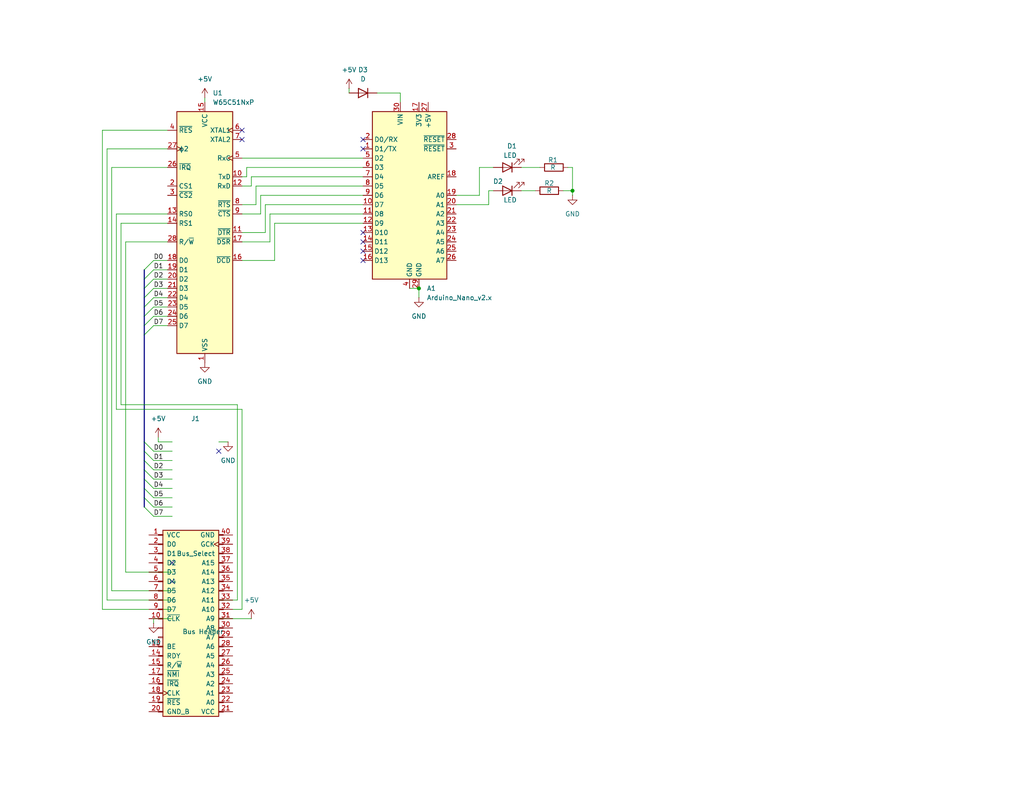
<source format=kicad_sch>
(kicad_sch (version 20250114) (generator "eeschema") (generator_version "9.0")
  (paper "A")
  (title_block (title "Big Boy") (date "2025-11-17") (rev "1"))
  (lib_symbols
    (symbol "Board Connectors:Generic Board Connector" (pin_names (offset 1.016))
      (property "Reference" "J3" (at -0.254 2.286 0))
      (property "Value" "Bus Header" (at 0.508 0.508 0))
      (symbol "Generic Board Connector_1_1"
        (rectangle (start -8.89 -2.413) (end -7.62 -2.667) (stroke (width 0.1524)))
        (rectangle (start -8.89 -4.953) (end -7.62 -5.207) (stroke (width 0.1524)))
        (rectangle (start -8.89 -7.493) (end -7.62 -7.747) (stroke (width 0.1524)))
        (rectangle (start -8.89 -10.033) (end -7.62 -10.287) (stroke (width 0.1524)))
        (rectangle (start -8.89 -12.573) (end -7.62 -12.827) (stroke (width 0.1524)))
        (rectangle (start -8.89 -15.113) (end -7.62 -15.367) (stroke (width 0.1524)))
        (rectangle (start -8.89 -17.653) (end -7.62 -17.907) (stroke (width 0.1524)))
        (rectangle (start -8.89 -20.193) (end -7.62 -20.447) (stroke (width 0.1524)))
        (rectangle (start -8.89 -22.733) (end -7.62 -22.987) (stroke (width 0.1524)))
        (rectangle (start -8.89 -25.273) (end -7.62 -25.527) (stroke (width 0.1524)))
        (rectangle (start -8.89 -27.813) (end -7.62 -28.067) (stroke (width 0.1524)))
        (rectangle (start -8.89 -30.353) (end -7.62 -30.607) (stroke (width 0.1524)))
        (rectangle (start -8.89 -32.893) (end -7.62 -33.147) (stroke (width 0.1524)))
        (rectangle (start -8.89 -35.433) (end -7.62 -35.687) (stroke (width 0.1524)))
        (rectangle (start -8.89 -37.973) (end -7.62 -38.227) (stroke (width 0.1524)))
        (rectangle (start -8.89 -40.513) (end -7.62 -40.767) (stroke (width 0.1524)))
        (rectangle (start -8.89 -43.053) (end -7.62 -43.307) (stroke (width 0.1524)))
        (rectangle (start -8.89 -45.593) (end -7.62 -45.847) (stroke (width 0.1524)))
        (rectangle (start -8.89 -48.133) (end -7.62 -48.387) (stroke (width 0.1524)))
        (rectangle (start -8.89 -50.673) (end -7.62 -50.927) (stroke (width 0.1524)))
        (rectangle (start -7.62 -1.27) (end 7.62 -52.07) (stroke (width 0.254)) (fill (type background)))
        (rectangle (start 7.62 -7.493) (end 8.89 -7.747) (stroke (width 0.1524)))
        (rectangle (start 7.62 -20.193) (end 8.89 -20.447) (stroke (width 0.1524)))
        (rectangle (start 8.89 -2.413) (end 7.62 -2.667) (stroke (width 0.1524)))
        (rectangle (start 8.89 -4.953) (end 7.62 -5.207) (stroke (width 0.1524)))
        (rectangle (start 8.89 -10.033) (end 7.62 -10.287) (stroke (width 0.1524)))
        (rectangle (start 8.89 -12.573) (end 7.62 -12.827) (stroke (width 0.1524)))
        (rectangle (start 8.89 -15.113) (end 7.62 -15.367) (stroke (width 0.1524)))
        (rectangle (start 8.89 -17.653) (end 7.62 -17.907) (stroke (width 0.1524)))
        (rectangle (start 8.89 -22.733) (end 7.62 -22.987) (stroke (width 0.1524)))
        (rectangle (start 8.89 -25.273) (end 7.62 -25.527) (stroke (width 0.1524)))
        (rectangle (start 8.89 -27.813) (end 7.62 -28.067) (stroke (width 0.1524)))
        (rectangle (start 8.89 -30.353) (end 7.62 -30.607) (stroke (width 0.1524)))
        (rectangle (start 8.89 -32.893) (end 7.62 -33.147) (stroke (width 0.1524)))
        (rectangle (start 8.89 -35.433) (end 7.62 -35.687) (stroke (width 0.1524)))
        (rectangle (start 8.89 -37.973) (end 7.62 -38.227) (stroke (width 0.1524)))
        (rectangle (start 8.89 -40.513) (end 7.62 -40.767) (stroke (width 0.1524)))
        (rectangle (start 8.89 -43.053) (end 7.62 -43.307) (stroke (width 0.1524)))
        (rectangle (start 8.89 -45.593) (end 7.62 -45.847) (stroke (width 0.1524)))
        (rectangle (start 8.89 -48.133) (end 7.62 -48.387) (stroke (width 0.1524)))
        (rectangle (start 8.89 -50.673) (end 7.62 -50.927) (stroke (width 0.1524)))
        (pin power_out line (at -11.43 -2.54 0) (length 3.81) (name "VCC") (number "1"))
        (pin bidirectional line (at -11.43 -5.08 0) (length 3.81) (name "D0") (number "2"))
        (pin bidirectional line (at -11.43 -7.62 0) (length 3.81) (name "D1") (number "3"))
        (pin bidirectional line (at -11.43 -10.16 0) (length 3.81) (name "D2") (number "4"))
        (pin bidirectional line (at -11.43 -12.7 0) (length 3.81) (name "D3") (number "5"))
        (pin bidirectional line (at -11.43 -15.24 0) (length 3.81) (name "D4") (number "6"))
        (pin bidirectional line (at -11.43 -17.78 0) (length 3.81) (name "D5") (number "7"))
        (pin bidirectional line (at -11.43 -20.32 0) (length 3.81) (name "D6") (number "8"))
        (pin bidirectional line (at -11.43 -22.86 0) (length 3.81) (name "D7") (number "9"))
        (pin output line (at -11.43 -25.4 0) (length 3.81) (name "~{CLK}") (number "10"))
        (pin no_connect line (at -11.43 -27.94 0) (length 3.81) (hide yes) (name "NC") (number "11"))
        (pin no_connect line (at -11.43 -30.48 0) (length 3.81) (hide yes) (name "NC") (number "12"))
        (pin output line (at -11.43 -33.02 0) (length 3.81) (name "BE") (number "13"))
        (pin output line (at -11.43 -35.56 0) (length 3.81) (name "RDY") (number "14"))
        (pin output line (at -11.43 -38.1 0) (length 3.81) (name "R/~{W}") (number "15"))
        (pin bidirectional line (at -11.43 -40.64 0) (length 3.81) (name "~{NMI}") (number "17"))
        (pin bidirectional line (at -11.43 -43.18 0) (length 3.81) (name "~{IRQ}") (number "16"))
        (pin output clock (at -11.43 -45.72 0) (length 3.81) (name "CLK") (number "18"))
        (pin output line (at -11.43 -48.26 0) (length 3.81) (name "~{RES}") (number "19"))
        (pin power_out line (at -11.43 -50.8 0) (length 3.81) (name "GND_B") (number "20"))
        (pin power_out line (at 11.43 -2.54 180) (length 3.81) (name "GND") (number "40"))
        (pin output clock (at 11.43 -5.08 180) (length 3.81) (name "GCK") (number "39"))
        (pin output line (at 11.43 -7.62 180) (length 3.81) (name "Bus_Select") (number "38"))
        (pin output line (at 11.43 -10.16 180) (length 3.81) (name "A15") (number "37"))
        (pin output line (at 11.43 -12.7 180) (length 3.81) (name "A14") (number "36"))
        (pin output line (at 11.43 -15.24 180) (length 3.81) (name "A13") (number "35"))
        (pin output line (at 11.43 -17.78 180) (length 3.81) (name "A12") (number "34"))
        (pin output line (at 11.43 -20.32 180) (length 3.81) (name "A11") (number "33"))
        (pin output line (at 11.43 -22.86 180) (length 3.81) (name "A10") (number "32"))
        (pin output line (at 11.43 -25.4 180) (length 3.81) (name "A9") (number "31"))
        (pin output line (at 11.43 -27.94 180) (length 3.81) (name "A8") (number "30"))
        (pin output line (at 11.43 -30.48 180) (length 3.81) (name "A7") (number "29"))
        (pin output line (at 11.43 -33.02 180) (length 3.81) (name "A6") (number "28"))
        (pin output line (at 11.43 -35.56 180) (length 3.81) (name "A5") (number "27"))
        (pin output line (at 11.43 -38.1 180) (length 3.81) (name "A4") (number "26"))
        (pin output line (at 11.43 -40.64 180) (length 3.81) (name "A3") (number "25"))
        (pin output line (at 11.43 -43.18 180) (length 3.81) (name "A2") (number "24"))
        (pin output line (at 11.43 -45.72 180) (length 3.81) (name "A1") (number "23"))
        (pin output line (at 11.43 -48.26 180) (length 3.81) (name "A0") (number "22"))
        (pin power_out line (at 11.43 -50.8 180) (length 3.81) (name "VCC") (number "21"))
      )
    )
    (symbol "Device:D" (pin_numbers (hide yes)) (pin_names (offset 1.016) (hide yes))
      (property "Reference" "D" (at 0 2.54 0))
      (property "Value" "D" (at 0 -2.54 0))
      (symbol "D_0_1"
        (polyline (pts (xy -1.27 1.27) (xy -1.27 -1.27)) (stroke (width 0.254)))
        (polyline (pts (xy 1.27 1.27) (xy 1.27 -1.27) (xy -1.27 0) (xy 1.27 1.27)) (stroke (width 0.254)))
        (polyline (pts (xy 1.27 0) (xy -1.27 0)))
      )
      (symbol "D_1_1"
        (pin passive line (at -3.81 0 0) (length 2.54) (name "K") (number "1"))
        (pin passive line (at 3.81 0 180) (length 2.54) (name "A") (number "2"))
      )
    )
    (symbol "Device:LED" (pin_numbers (hide yes)) (pin_names (offset 1.016) (hide yes))
      (property "Reference" "D" (at 0 2.54 0))
      (property "Value" "LED" (at 0 -2.54 0))
      (symbol "LED_0_1"
        (polyline (pts (xy -3.048 -0.762) (xy -4.572 -2.286) (xy -3.81 -2.286) (xy -4.572 -2.286) (xy -4.572 -1.524)))
        (polyline (pts (xy -1.778 -0.762) (xy -3.302 -2.286) (xy -2.54 -2.286) (xy -3.302 -2.286) (xy -3.302 -1.524)))
        (polyline (pts (xy -1.27 0) (xy 1.27 0)))
        (polyline (pts (xy -1.27 -1.27) (xy -1.27 1.27)) (stroke (width 0.254)))
        (polyline (pts (xy 1.27 -1.27) (xy 1.27 1.27) (xy -1.27 0) (xy 1.27 -1.27)) (stroke (width 0.254)))
      )
      (symbol "LED_1_1"
        (pin passive line (at -3.81 0 0) (length 2.54) (name "K") (number "1"))
        (pin passive line (at 3.81 0 180) (length 2.54) (name "A") (number "2"))
      )
    )
    (symbol "Device:R" (pin_numbers (hide yes)) (pin_names (offset 0))
      (property "Reference" "R" (at 2.032 0 90))
      (property "Value" "R" (at 0 0 90))
      (symbol "R_0_1"
        (rectangle (start -1.016 -2.54) (end 1.016 2.54) (stroke (width 0.254)))
      )
      (symbol "R_1_1"
        (pin passive line (at 0 3.81 270) (length 1.27) (name "~") (number "1"))
        (pin passive line (at 0 -3.81 90) (length 1.27) (name "~") (number "2"))
      )
    )
    (symbol "MCU_Module:Arduino_Nano_v2.x"
      (property "Reference" "A" (at -10.16 23.495 0))
      (property "Value" "Arduino_Nano_v2.x" (at 5.08 -24.13 0))
      (symbol "Arduino_Nano_v2.x_0_1"
        (rectangle (start -10.16 22.86) (end 10.16 -22.86) (stroke (width 0.254)) (fill (type background)))
      )
      (symbol "Arduino_Nano_v2.x_1_1"
        (pin bidirectional line (at -12.7 15.24 0) (length 2.54) (name "D0/RX") (number "2"))
        (pin bidirectional line (at -12.7 12.7 0) (length 2.54) (name "D1/TX") (number "1"))
        (pin bidirectional line (at -12.7 10.16 0) (length 2.54) (name "D2") (number "5"))
        (pin bidirectional line (at -12.7 7.62 0) (length 2.54) (name "D3") (number "6"))
        (pin bidirectional line (at -12.7 5.08 0) (length 2.54) (name "D4") (number "7"))
        (pin bidirectional line (at -12.7 2.54 0) (length 2.54) (name "D5") (number "8"))
        (pin bidirectional line (at -12.7 0 0) (length 2.54) (name "D6") (number "9"))
        (pin bidirectional line (at -12.7 -2.54 0) (length 2.54) (name "D7") (number "10"))
        (pin bidirectional line (at -12.7 -5.08 0) (length 2.54) (name "D8") (number "11"))
        (pin bidirectional line (at -12.7 -7.62 0) (length 2.54) (name "D9") (number "12"))
        (pin bidirectional line (at -12.7 -10.16 0) (length 2.54) (name "D10") (number "13"))
        (pin bidirectional line (at -12.7 -12.7 0) (length 2.54) (name "D11") (number "14"))
        (pin bidirectional line (at -12.7 -15.24 0) (length 2.54) (name "D12") (number "15"))
        (pin bidirectional line (at -12.7 -17.78 0) (length 2.54) (name "D13") (number "16"))
        (pin power_in line (at -2.54 25.4 270) (length 2.54) (name "VIN") (number "30"))
        (pin power_in line (at 0 -25.4 90) (length 2.54) (name "GND") (number "4"))
        (pin power_out line (at 2.54 25.4 270) (length 2.54) (name "3V3") (number "17"))
        (pin power_in line (at 2.54 -25.4 90) (length 2.54) (name "GND") (number "29"))
        (pin power_out line (at 5.08 25.4 270) (length 2.54) (name "+5V") (number "27"))
        (pin input line (at 12.7 15.24 180) (length 2.54) (name "~{RESET}") (number "28"))
        (pin input line (at 12.7 12.7 180) (length 2.54) (name "~{RESET}") (number "3"))
        (pin input line (at 12.7 5.08 180) (length 2.54) (name "AREF") (number "18"))
        (pin bidirectional line (at 12.7 0 180) (length 2.54) (name "A0") (number "19"))
        (pin bidirectional line (at 12.7 -2.54 180) (length 2.54) (name "A1") (number "20"))
        (pin bidirectional line (at 12.7 -5.08 180) (length 2.54) (name "A2") (number "21"))
        (pin bidirectional line (at 12.7 -7.62 180) (length 2.54) (name "A3") (number "22"))
        (pin bidirectional line (at 12.7 -10.16 180) (length 2.54) (name "A4") (number "23"))
        (pin bidirectional line (at 12.7 -12.7 180) (length 2.54) (name "A5") (number "24"))
        (pin bidirectional line (at 12.7 -15.24 180) (length 2.54) (name "A6") (number "25"))
        (pin bidirectional line (at 12.7 -17.78 180) (length 2.54) (name "A7") (number "26"))
      )
    )
    (symbol "PCM_65xx-library:W65C51NxP"
      (property "Reference" "U" (at 2.54 38.1 0))
      (property "Value" "W65C51NxP" (at 2.54 35.56 0))
      (symbol "W65C51NxP_0_1"
        (rectangle (start -7.62 33.02) (end 7.62 -33.02) (stroke (width 0.254)) (fill (type background)))
      )
      (symbol "W65C51NxP_1_1"
        (pin input line (at -10.16 27.94 0) (length 2.54) (name "~{RES}") (number "4"))
        (pin input clock (at -10.16 22.86 0) (length 2.54) (name "ϕ2") (number "27"))
        (pin open_collector line (at -10.16 17.78 0) (length 2.54) (name "~{IRQ}") (number "26"))
        (pin input line (at -10.16 12.7 0) (length 2.54) (name "CS1") (number "2"))
        (pin input line (at -10.16 10.16 0) (length 2.54) (name "~{CS2}") (number "3"))
        (pin input line (at -10.16 5.08 0) (length 2.54) (name "RS0") (number "13"))
        (pin input line (at -10.16 2.54 0) (length 2.54) (name "RS1") (number "14"))
        (pin input line (at -10.16 -2.54 0) (length 2.54) (name "R/~{W}") (number "28"))
        (pin bidirectional line (at -10.16 -7.62 0) (length 2.54) (name "D0") (number "18"))
        (pin bidirectional line (at -10.16 -10.16 0) (length 2.54) (name "D1") (number "19"))
        (pin bidirectional line (at -10.16 -12.7 0) (length 2.54) (name "D2") (number "20"))
        (pin bidirectional line (at -10.16 -15.24 0) (length 2.54) (name "D3") (number "21"))
        (pin bidirectional line (at -10.16 -17.78 0) (length 2.54) (name "D4") (number "22"))
        (pin bidirectional line (at -10.16 -20.32 0) (length 2.54) (name "D5") (number "23"))
        (pin bidirectional line (at -10.16 -22.86 0) (length 2.54) (name "D6") (number "24"))
        (pin bidirectional line (at -10.16 -25.4 0) (length 2.54) (name "D7") (number "25"))
        (pin power_in line (at 0 35.56 270) (length 2.54) (name "VCC") (number "15"))
        (pin power_in line (at 0 -35.56 90) (length 2.54) (name "VSS") (number "1"))
        (pin input clock (at 10.16 27.94 180) (length 2.54) (name "XTAL1") (number "6"))
        (pin output line (at 10.16 25.4 180) (length 2.54) (name "XTAL2") (number "7"))
        (pin bidirectional clock (at 10.16 20.32 180) (length 2.54) (name "RxC") (number "5"))
        (pin output line (at 10.16 15.24 180) (length 2.54) (name "TxD") (number "10"))
        (pin input line (at 10.16 12.7 180) (length 2.54) (name "RxD") (number "12"))
        (pin output line (at 10.16 7.62 180) (length 2.54) (name "~{RTS}") (number "8"))
        (pin input line (at 10.16 5.08 180) (length 2.54) (name "~{CTS}") (number "9"))
        (pin output line (at 10.16 0 180) (length 2.54) (name "~{DTR}") (number "11"))
        (pin input line (at 10.16 -2.54 180) (length 2.54) (name "~{DSR}") (number "17"))
        (pin input line (at 10.16 -7.62 180) (length 2.54) (name "~{DCD}") (number "16"))
      )
    )
    (symbol "power:+5V" (power) (pin_numbers (hide yes)) (pin_names (offset 0) (hide yes))
      (property "Value" "+5V" (at 0 3.556 0))
      (symbol "+5V_0_1"
        (polyline (pts (xy -0.762 1.27) (xy 0 2.54)))
        (polyline (pts (xy 0 2.54) (xy 0.762 1.27)))
        (polyline (pts (xy 0 0) (xy 0 2.54)))
      )
      (symbol "+5V_1_1"
        (pin power_in line (at 0 0 90) (length 0) (name "~") (number "1"))
      )
    )
    (symbol "power:GND" (power) (pin_numbers (hide yes)) (pin_names (offset 0) (hide yes))
      (property "Value" "GND" (at 0 -3.81 0))
      (symbol "GND_0_1"
        (polyline (pts (xy 0 0) (xy 0 -1.27) (xy 1.27 -1.27) (xy 0 -2.54) (xy -1.27 -1.27) (xy 0 -1.27)))
      )
      (symbol "GND_1_1"
        (pin power_in line (at 0 0 270) (length 0) (name "~") (number "1"))
      )
    )
  )
  (junction (at 114.3 78.74))
  (junction (at 156.21 52.07))
  (no_connect (at 99.06 40.64))
  (no_connect (at 66.04 38.1))
  (no_connect (at 99.06 66.04))
  (no_connect (at 46.99 153.67))
  (no_connect (at 99.06 68.58))
  (no_connect (at 59.69 123.19))
  (no_connect (at 99.06 38.1))
  (no_connect (at 99.06 71.12))
  (no_connect (at 66.04 35.56))
  (no_connect (at 99.06 63.5))
  (no_connect (at 46.99 158.75))
  (bus_entry (at 39.37 73.66) (size 2.54 -2.54))
  (bus_entry (at 39.37 86.36) (size 2.54 -2.54))
  (bus_entry (at 39.37 76.2) (size 2.54 -2.54))
  (bus_entry (at 39.37 78.74) (size 2.54 -2.54))
  (bus_entry (at 39.37 83.82) (size 2.54 -2.54))
  (bus_entry (at 39.37 138.43) (size 2.54 2.54))
  (bus_entry (at 39.37 81.28) (size 2.54 -2.54))
  (bus_entry (at 39.37 120.65) (size 2.54 2.54))
  (bus_entry (at 39.37 125.73) (size 2.54 2.54))
  (bus_entry (at 39.37 130.81) (size 2.54 2.54))
  (bus_entry (at 39.37 123.19) (size 2.54 2.54))
  (bus_entry (at 39.37 133.35) (size 2.54 2.54))
  (bus_entry (at 39.37 128.27) (size 2.54 2.54))
  (bus_entry (at 39.37 88.9) (size 2.54 -2.54))
  (bus_entry (at 39.37 91.44) (size 2.54 -2.54))
  (bus_entry (at 39.37 135.89) (size 2.54 2.54))
  (wire (pts (xy 142.24 45.72) (xy 147.32 45.72)))
  (wire (pts (xy 59.69 168.91) (xy 68.58 168.91)))
  (wire (pts (xy 33.02 60.96) (xy 45.72 60.96)))
  (wire (pts (xy 41.91 88.9) (xy 45.72 88.9)))
  (bus (pts (xy 39.37 76.2) (xy 39.37 78.74)))
  (wire (pts (xy 33.02 110.49) (xy 33.02 60.96)))
  (wire (pts (xy 45.72 40.64) (xy 29.21 40.64)))
  (bus (pts (xy 39.37 91.44) (xy 39.37 120.65)))
  (wire (pts (xy 130.81 45.72) (xy 130.81 53.34)))
  (wire (pts (xy 30.48 45.72) (xy 45.72 45.72)))
  (wire (pts (xy 66.04 50.8) (xy 68.58 50.8)))
  (wire (pts (xy 67.31 48.26) (xy 67.31 45.72)))
  (wire (pts (xy 69.85 50.8) (xy 99.06 50.8)))
  (wire (pts (xy 133.35 52.07) (xy 133.35 55.88)))
  (wire (pts (xy 41.91 135.89) (xy 46.99 135.89)))
  (wire (pts (xy 41.91 123.19) (xy 46.99 123.19)))
  (bus (pts (xy 39.37 135.89) (xy 39.37 138.43)))
  (wire (pts (xy 46.99 161.29) (xy 30.48 161.29)))
  (wire (pts (xy 41.91 78.74) (xy 45.72 78.74)))
  (wire (pts (xy 130.81 53.34) (xy 124.46 53.34)))
  (wire (pts (xy 41.91 81.28) (xy 45.72 81.28)))
  (wire (pts (xy 46.99 168.91) (xy 41.91 168.91)))
  (bus (pts (xy 39.37 81.28) (xy 39.37 83.82)))
  (wire (pts (xy 41.91 138.43) (xy 46.99 138.43)))
  (wire (pts (xy 153.67 52.07) (xy 156.21 52.07)))
  (wire (pts (xy 71.12 53.34) (xy 99.06 53.34)))
  (bus (pts (xy 39.37 83.82) (xy 39.37 86.36)))
  (bus (pts (xy 39.37 123.19) (xy 39.37 125.73)))
  (wire (pts (xy 69.85 55.88) (xy 69.85 50.8)))
  (wire (pts (xy 66.04 63.5) (xy 72.39 63.5)))
  (wire (pts (xy 71.12 58.42) (xy 71.12 53.34)))
  (wire (pts (xy 133.35 52.07) (xy 134.62 52.07)))
  (wire (pts (xy 66.04 55.88) (xy 69.85 55.88)))
  (wire (pts (xy 41.91 125.73) (xy 46.99 125.73)))
  (wire (pts (xy 43.18 120.65) (xy 43.18 119.38)))
  (wire (pts (xy 95.25 24.13) (xy 95.25 25.4)))
  (wire (pts (xy 59.69 163.83) (xy 64.77 163.83)))
  (wire (pts (xy 45.72 66.04) (xy 34.29 66.04)))
  (bus (pts (xy 39.37 88.9) (xy 39.37 91.44)))
  (wire (pts (xy 68.58 48.26) (xy 99.06 48.26)))
  (wire (pts (xy 41.91 71.12) (xy 45.72 71.12)))
  (wire (pts (xy 41.91 128.27) (xy 46.99 128.27)))
  (wire (pts (xy 66.04 166.37) (xy 66.04 111.76)))
  (wire (pts (xy 27.94 166.37) (xy 27.94 35.56)))
  (wire (pts (xy 46.99 120.65) (xy 43.18 120.65)))
  (wire (pts (xy 130.81 45.72) (xy 134.62 45.72)))
  (wire (pts (xy 34.29 156.21) (xy 46.99 156.21)))
  (wire (pts (xy 64.77 163.83) (xy 64.77 110.49)))
  (wire (pts (xy 72.39 55.88) (xy 99.06 55.88)))
  (wire (pts (xy 30.48 161.29) (xy 30.48 45.72)))
  (wire (pts (xy 74.93 60.96) (xy 99.06 60.96)))
  (bus (pts (xy 39.37 73.66) (xy 39.37 76.2)))
  (wire (pts (xy 72.39 63.5) (xy 72.39 55.88)))
  (wire (pts (xy 41.91 73.66) (xy 45.72 73.66)))
  (wire (pts (xy 68.58 50.8) (xy 68.58 48.26)))
  (wire (pts (xy 102.87 25.4) (xy 109.22 25.4)))
  (bus (pts (xy 39.37 78.74) (xy 39.37 81.28)))
  (wire (pts (xy 154.94 45.72) (xy 156.21 45.72)))
  (wire (pts (xy 67.31 45.72) (xy 99.06 45.72)))
  (wire (pts (xy 156.21 45.72) (xy 156.21 52.07)))
  (bus (pts (xy 39.37 130.81) (xy 39.37 133.35)))
  (wire (pts (xy 66.04 43.18) (xy 99.06 43.18)))
  (wire (pts (xy 142.24 52.07) (xy 146.05 52.07)))
  (bus (pts (xy 39.37 86.36) (xy 39.37 88.9)))
  (wire (pts (xy 41.91 83.82) (xy 45.72 83.82)))
  (wire (pts (xy 27.94 35.56) (xy 45.72 35.56)))
  (wire (pts (xy 66.04 111.76) (xy 31.75 111.76)))
  (wire (pts (xy 41.91 76.2) (xy 45.72 76.2)))
  (wire (pts (xy 66.04 66.04) (xy 73.66 66.04)))
  (wire (pts (xy 73.66 66.04) (xy 73.66 58.42)))
  (wire (pts (xy 41.91 140.97) (xy 46.99 140.97)))
  (wire (pts (xy 114.3 78.74) (xy 114.3 81.28)))
  (wire (pts (xy 46.99 166.37) (xy 27.94 166.37)))
  (wire (pts (xy 59.69 120.65) (xy 62.23 120.65)))
  (wire (pts (xy 66.04 48.26) (xy 67.31 48.26)))
  (bus (pts (xy 39.37 133.35) (xy 39.37 135.89)))
  (wire (pts (xy 31.75 111.76) (xy 31.75 58.42)))
  (wire (pts (xy 34.29 66.04) (xy 34.29 156.21)))
  (bus (pts (xy 39.37 128.27) (xy 39.37 130.81)))
  (wire (pts (xy 73.66 58.42) (xy 99.06 58.42)))
  (wire (pts (xy 111.76 78.74) (xy 114.3 78.74)))
  (wire (pts (xy 31.75 58.42) (xy 45.72 58.42)))
  (wire (pts (xy 66.04 71.12) (xy 74.93 71.12)))
  (wire (pts (xy 133.35 55.88) (xy 124.46 55.88)))
  (wire (pts (xy 41.91 168.91) (xy 41.91 170.18)))
  (wire (pts (xy 109.22 25.4) (xy 109.22 27.94)))
  (wire (pts (xy 41.91 86.36) (xy 45.72 86.36)))
  (bus (pts (xy 39.37 120.65) (xy 39.37 123.19)))
  (wire (pts (xy 41.91 130.81) (xy 46.99 130.81)))
  (bus (pts (xy 39.37 125.73) (xy 39.37 128.27)))
  (wire (pts (xy 156.21 52.07) (xy 156.21 53.34)))
  (wire (pts (xy 59.69 166.37) (xy 66.04 166.37)))
  (wire (pts (xy 29.21 163.83) (xy 46.99 163.83)))
  (wire (pts (xy 29.21 40.64) (xy 29.21 163.83)))
  (wire (pts (xy 55.88 26.67) (xy 55.88 27.94)))
  (wire (pts (xy 64.77 110.49) (xy 33.02 110.49)))
  (wire (pts (xy 74.93 71.12) (xy 74.93 60.96)))
  (wire (pts (xy 41.91 133.35) (xy 46.99 133.35)))
  (wire (pts (xy 66.04 58.42) (xy 71.12 58.42)))
  (label "D5" (at 41.91 83.82 0))
  (label "D6" (at 41.91 86.36 0))
  (label "D7" (at 41.91 88.9 0))
  (label "D0" (at 41.91 123.19 0))
  (label "D5" (at 41.91 135.89 0))
  (label "D4" (at 41.91 133.35 0))
  (label "D3" (at 41.91 130.81 0))
  (label "D2" (at 41.91 128.27 0))
  (label "D1" (at 41.91 125.73 0))
  (label "D0" (at 41.91 71.12 0))
  (label "D1" (at 41.91 73.66 0))
  (label "D2" (at 41.91 76.2 0))
  (label "D3" (at 41.91 78.74 0))
  (label "D4" (at 41.91 81.28 0))
  (label "D7" (at 41.91 140.97 0))
  (label "D6" (at 41.91 138.43 0))
  (symbol (lib_id "PCM_65xx-library:W65C51NxP") (at 55.88 63.5 0) (unit 1)
    (property "Reference" "U1" (at 58.0233 25.4 0) (effects (justify left)))
    (property "Value" "W65C51NxP" (at 58.0233 27.94 0) (effects (justify left)))
    (property "Footprint" "Package_DIP:DIP-28_W15.24mm" (effects (hide yes)))
    (property "Datasheet" "http://www.westerndesigncenter.com/wdc/documentation/w65c51n.pdf" (effects (hide yes)))
    (property "Description" "CMOS Asynchronous Communication Interface Adapter (ACIA), Serial UART, DIP-28" (effects (hide yes)))
  )
  (symbol (lib_id "Board Connectors:Generic Board Connector") (at 52.07 143.51 0) (unit 1)
    (property "Reference" "J1" (at 53.34 114.3 0))
    (property "Value" "Bus Header" (at 55.372 172.466 0))
    (property "Footprint" "Connector_PinHeader_2.54mm:PinHeader_2x20_P2.54mm_Vertical" (effects (hide yes)))
    (property "Description" "Generic connector, double row, 02x20, counter clockwise pin numbering scheme (similar to DIP package numbering), script generated (kicad-library-utils/schlib/autogen/connector/)" (effects (hide yes)))
  )
  (symbol (lib_id "power:+5V") (at 68.58 168.91 0) (unit 1)
    (property "Reference" "#PWR05" (effects (hide yes)))
    (property "Value" "+5V" (at 68.58 163.83 0))
    (property "Description" "Power symbol creates a global label with name \"+5V\"" (effects (hide yes)))
  )
  (symbol (lib_id "Device:R") (at 151.13 45.72 90) (unit 1)
    (property "Reference" "R1" (at 150.876 43.688 90))
    (property "Value" "R" (at 150.876 45.72 90))
    (property "Description" "Resistor" (effects (hide yes)))
  )
  (symbol (lib_id "power:+5V") (at 43.18 119.38 0) (unit 1)
    (property "Reference" "#PWR04" (effects (hide yes)))
    (property "Value" "+5V" (at 43.18 114.3 0))
    (property "Description" "Power symbol creates a global label with name \"+5V\"" (effects (hide yes)))
  )
  (symbol (lib_id "Device:LED") (at 138.43 45.72 180) (unit 1)
    (property "Reference" "D1" (at 139.7 39.878 0))
    (property "Value" "LED" (at 139.192 42.418 0))
    (property "Footprint" "LED_THT:LED_D5.0mm" (effects (hide yes)))
    (property "Description" "Light emitting diode" (effects (hide yes)))
    (property "Sim.Pins" "1=K 2=A" (effects (hide yes)))
  )
  (symbol (lib_id "power:GND") (at 41.91 170.18 0) (unit 1)
    (property "Reference" "#PWR06" (effects (hide yes)))
    (property "Value" "GND" (at 41.91 175.26 0))
    (property "Description" "Power symbol creates a global label with name \"GND\" , ground" (effects (hide yes)))
  )
  (symbol (lib_id "Device:D") (at 99.06 25.4 180) (unit 1)
    (property "Reference" "D3" (at 99.06 19.05 0))
    (property "Value" "D" (at 99.06 21.59 0))
    (property "Footprint" "Diode_THT:D_T-1_P5.08mm_Horizontal" (effects (hide yes)))
    (property "Description" "Diode" (effects (hide yes)))
    (property "Sim.Device" "D" (effects (hide yes)))
    (property "Sim.Pins" "1=K 2=A" (effects (hide yes)))
  )
  (symbol (lib_id "power:+5V") (at 95.25 24.13 0) (unit 1)
    (property "Reference" "#PWR02" (effects (hide yes)))
    (property "Value" "+5V" (at 95.25 19.05 0))
    (property "Description" "Power symbol creates a global label with name \"+5V\"" (effects (hide yes)))
  )
  (symbol (lib_id "MCU_Module:Arduino_Nano_v2.x") (at 111.76 53.34 0) (unit 1)
    (property "Reference" "A1" (at 116.4433 78.74 0) (effects (justify left)))
    (property "Value" "Arduino_Nano_v2.x" (at 116.4433 81.28 0) (effects (justify left)))
    (property "Footprint" "Module:Arduino_Nano" (effects (hide yes)))
    (property "Datasheet" "https://www.arduino.cc/en/uploads/Main/ArduinoNanoManual23.pdf" (effects (hide yes)))
    (property "Description" "Arduino Nano v2.x" (effects (hide yes)))
    (property "NOTE" "Used as USB serial adapter. On board because it's way easier than having to fuck with RS232" (effects (hide yes)))
  )
  (symbol (lib_id "power:GND") (at 55.88 99.06 0) (unit 1)
    (property "Reference" "#PWR08" (effects (hide yes)))
    (property "Value" "GND" (at 55.88 104.14 0))
    (property "Description" "Power symbol creates a global label with name \"GND\" , ground" (effects (hide yes)))
  )
  (symbol (lib_id "Device:R") (at 149.86 52.07 90) (unit 1)
    (property "Reference" "R2" (at 149.86 50.038 90))
    (property "Value" "R" (at 149.86 52.07 90))
    (property "Description" "Resistor" (effects (hide yes)))
  )
  (symbol (lib_id "power:GND") (at 62.23 120.65 0) (unit 1)
    (property "Reference" "#PWR07" (effects (hide yes)))
    (property "Value" "GND" (at 62.23 125.73 0))
    (property "Description" "Power symbol creates a global label with name \"GND\" , ground" (effects (hide yes)))
  )
  (symbol (lib_id "power:GND") (at 114.3 81.28 0) (unit 1)
    (property "Reference" "#PWR09" (effects (hide yes)))
    (property "Value" "GND" (at 114.3 86.36 0))
    (property "Description" "Power symbol creates a global label with name \"GND\" , ground" (effects (hide yes)))
  )
  (symbol (lib_id "power:+5V") (at 55.88 26.67 0) (unit 1)
    (property "Reference" "#PWR03" (effects (hide yes)))
    (property "Value" "+5V" (at 55.88 21.59 0))
    (property "Description" "Power symbol creates a global label with name \"+5V\"" (effects (hide yes)))
  )
  (symbol (lib_id "power:GND") (at 156.21 53.34 0) (unit 1)
    (property "Reference" "#PWR01" (effects (hide yes)))
    (property "Value" "GND" (at 156.21 58.42 0))
    (property "Description" "Power symbol creates a global label with name \"GND\" , ground" (effects (hide yes)))
  )
  (symbol (lib_id "Device:LED") (at 138.43 52.07 180) (unit 1)
    (property "Reference" "D2" (at 135.89 49.53 0))
    (property "Value" "LED" (at 139.192 54.61 0))
    (property "Footprint" "LED_THT:LED_D5.0mm" (effects (hide yes)))
    (property "Description" "Light emitting diode" (effects (hide yes)))
    (property "Sim.Pins" "1=K 2=A" (effects (hide yes)))
  )
)
</source>
